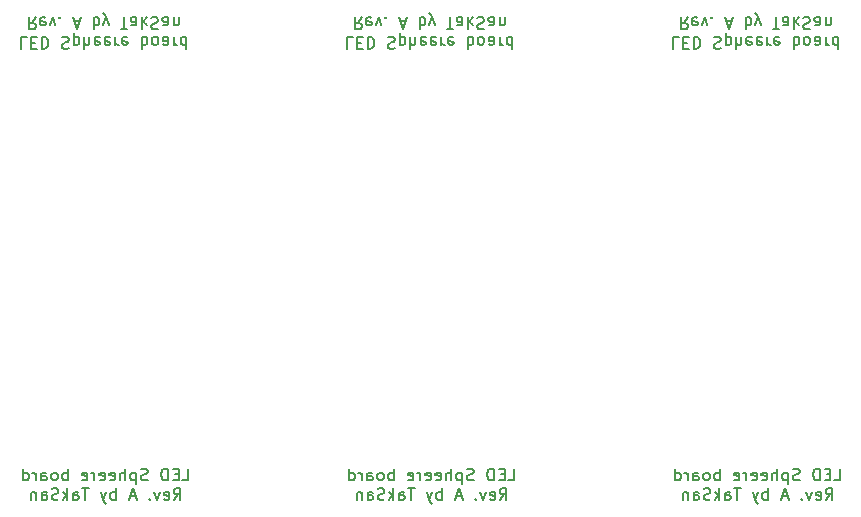
<source format=gbo>
G04 #@! TF.GenerationSoftware,KiCad,Pcbnew,(5.1.12)-1*
G04 #@! TF.CreationDate,2023-06-20T10:26:49+09:00*
G04 #@! TF.ProjectId,LED_Sphere_3V-TypeC-Panelized,4c45445f-5370-4686-9572-655f33562d54,rev?*
G04 #@! TF.SameCoordinates,PX5a06e00PY8f0d180*
G04 #@! TF.FileFunction,Legend,Bot*
G04 #@! TF.FilePolarity,Positive*
%FSLAX46Y46*%
G04 Gerber Fmt 4.6, Leading zero omitted, Abs format (unit mm)*
G04 Created by KiCad (PCBNEW (5.1.12)-1) date 2023-06-20 10:26:49*
%MOMM*%
%LPD*%
G01*
G04 APERTURE LIST*
%ADD10C,0.150000*%
%ADD11C,0.600000*%
%ADD12C,0.100000*%
%ADD13O,1.350000X1.350000*%
%ADD14R,1.350000X1.350000*%
%ADD15C,2.700000*%
G04 APERTURE END LIST*
D10*
X12520000Y64947381D02*
X12043809Y64947381D01*
X12043809Y63947381D01*
X12853333Y64423572D02*
X13186666Y64423572D01*
X13329523Y64947381D02*
X12853333Y64947381D01*
X12853333Y63947381D01*
X13329523Y63947381D01*
X13758095Y64947381D02*
X13758095Y63947381D01*
X13996190Y63947381D01*
X14139047Y63995000D01*
X14234285Y64090239D01*
X14281904Y64185477D01*
X14329523Y64375953D01*
X14329523Y64518810D01*
X14281904Y64709286D01*
X14234285Y64804524D01*
X14139047Y64899762D01*
X13996190Y64947381D01*
X13758095Y64947381D01*
X15472380Y64899762D02*
X15615238Y64947381D01*
X15853333Y64947381D01*
X15948571Y64899762D01*
X15996190Y64852143D01*
X16043809Y64756905D01*
X16043809Y64661667D01*
X15996190Y64566429D01*
X15948571Y64518810D01*
X15853333Y64471191D01*
X15662857Y64423572D01*
X15567619Y64375953D01*
X15520000Y64328334D01*
X15472380Y64233096D01*
X15472380Y64137858D01*
X15520000Y64042620D01*
X15567619Y63995000D01*
X15662857Y63947381D01*
X15900952Y63947381D01*
X16043809Y63995000D01*
X16472380Y64280715D02*
X16472380Y65280715D01*
X16472380Y64328334D02*
X16567619Y64280715D01*
X16758095Y64280715D01*
X16853333Y64328334D01*
X16900952Y64375953D01*
X16948571Y64471191D01*
X16948571Y64756905D01*
X16900952Y64852143D01*
X16853333Y64899762D01*
X16758095Y64947381D01*
X16567619Y64947381D01*
X16472380Y64899762D01*
X17377142Y64947381D02*
X17377142Y63947381D01*
X17805714Y64947381D02*
X17805714Y64423572D01*
X17758095Y64328334D01*
X17662857Y64280715D01*
X17520000Y64280715D01*
X17424761Y64328334D01*
X17377142Y64375953D01*
X18662857Y64899762D02*
X18567619Y64947381D01*
X18377142Y64947381D01*
X18281904Y64899762D01*
X18234285Y64804524D01*
X18234285Y64423572D01*
X18281904Y64328334D01*
X18377142Y64280715D01*
X18567619Y64280715D01*
X18662857Y64328334D01*
X18710476Y64423572D01*
X18710476Y64518810D01*
X18234285Y64614048D01*
X19520000Y64899762D02*
X19424761Y64947381D01*
X19234285Y64947381D01*
X19139047Y64899762D01*
X19091428Y64804524D01*
X19091428Y64423572D01*
X19139047Y64328334D01*
X19234285Y64280715D01*
X19424761Y64280715D01*
X19520000Y64328334D01*
X19567619Y64423572D01*
X19567619Y64518810D01*
X19091428Y64614048D01*
X19996190Y64947381D02*
X19996190Y64280715D01*
X19996190Y64471191D02*
X20043809Y64375953D01*
X20091428Y64328334D01*
X20186666Y64280715D01*
X20281904Y64280715D01*
X20996190Y64899762D02*
X20900952Y64947381D01*
X20710476Y64947381D01*
X20615238Y64899762D01*
X20567619Y64804524D01*
X20567619Y64423572D01*
X20615238Y64328334D01*
X20710476Y64280715D01*
X20900952Y64280715D01*
X20996190Y64328334D01*
X21043809Y64423572D01*
X21043809Y64518810D01*
X20567619Y64614048D01*
X22234285Y64947381D02*
X22234285Y63947381D01*
X22234285Y64328334D02*
X22329523Y64280715D01*
X22520000Y64280715D01*
X22615238Y64328334D01*
X22662857Y64375953D01*
X22710476Y64471191D01*
X22710476Y64756905D01*
X22662857Y64852143D01*
X22615238Y64899762D01*
X22520000Y64947381D01*
X22329523Y64947381D01*
X22234285Y64899762D01*
X23281904Y64947381D02*
X23186666Y64899762D01*
X23139047Y64852143D01*
X23091428Y64756905D01*
X23091428Y64471191D01*
X23139047Y64375953D01*
X23186666Y64328334D01*
X23281904Y64280715D01*
X23424761Y64280715D01*
X23520000Y64328334D01*
X23567619Y64375953D01*
X23615238Y64471191D01*
X23615238Y64756905D01*
X23567619Y64852143D01*
X23520000Y64899762D01*
X23424761Y64947381D01*
X23281904Y64947381D01*
X24472380Y64947381D02*
X24472380Y64423572D01*
X24424761Y64328334D01*
X24329523Y64280715D01*
X24139047Y64280715D01*
X24043809Y64328334D01*
X24472380Y64899762D02*
X24377142Y64947381D01*
X24139047Y64947381D01*
X24043809Y64899762D01*
X23996190Y64804524D01*
X23996190Y64709286D01*
X24043809Y64614048D01*
X24139047Y64566429D01*
X24377142Y64566429D01*
X24472380Y64518810D01*
X24948571Y64947381D02*
X24948571Y64280715D01*
X24948571Y64471191D02*
X24996190Y64375953D01*
X25043809Y64328334D01*
X25139047Y64280715D01*
X25234285Y64280715D01*
X25996190Y64947381D02*
X25996190Y63947381D01*
X25996190Y64899762D02*
X25900952Y64947381D01*
X25710476Y64947381D01*
X25615238Y64899762D01*
X25567619Y64852143D01*
X25520000Y64756905D01*
X25520000Y64471191D01*
X25567619Y64375953D01*
X25615238Y64328334D01*
X25710476Y64280715D01*
X25900952Y64280715D01*
X25996190Y64328334D01*
X13258095Y66597381D02*
X12924761Y66121191D01*
X12686666Y66597381D02*
X12686666Y65597381D01*
X13067619Y65597381D01*
X13162857Y65645000D01*
X13210476Y65692620D01*
X13258095Y65787858D01*
X13258095Y65930715D01*
X13210476Y66025953D01*
X13162857Y66073572D01*
X13067619Y66121191D01*
X12686666Y66121191D01*
X14067619Y66549762D02*
X13972380Y66597381D01*
X13781904Y66597381D01*
X13686666Y66549762D01*
X13639047Y66454524D01*
X13639047Y66073572D01*
X13686666Y65978334D01*
X13781904Y65930715D01*
X13972380Y65930715D01*
X14067619Y65978334D01*
X14115238Y66073572D01*
X14115238Y66168810D01*
X13639047Y66264048D01*
X14448571Y65930715D02*
X14686666Y66597381D01*
X14924761Y65930715D01*
X15305714Y66502143D02*
X15353333Y66549762D01*
X15305714Y66597381D01*
X15258095Y66549762D01*
X15305714Y66502143D01*
X15305714Y66597381D01*
X16496190Y66311667D02*
X16972380Y66311667D01*
X16400952Y66597381D02*
X16734285Y65597381D01*
X17067619Y66597381D01*
X18162857Y66597381D02*
X18162857Y65597381D01*
X18162857Y65978334D02*
X18258095Y65930715D01*
X18448571Y65930715D01*
X18543809Y65978334D01*
X18591428Y66025953D01*
X18639047Y66121191D01*
X18639047Y66406905D01*
X18591428Y66502143D01*
X18543809Y66549762D01*
X18448571Y66597381D01*
X18258095Y66597381D01*
X18162857Y66549762D01*
X18972380Y65930715D02*
X19210476Y66597381D01*
X19448571Y65930715D02*
X19210476Y66597381D01*
X19115238Y66835477D01*
X19067619Y66883096D01*
X18972380Y66930715D01*
X20448571Y65597381D02*
X21020000Y65597381D01*
X20734285Y66597381D02*
X20734285Y65597381D01*
X21781904Y66597381D02*
X21781904Y66073572D01*
X21734285Y65978334D01*
X21639047Y65930715D01*
X21448571Y65930715D01*
X21353333Y65978334D01*
X21781904Y66549762D02*
X21686666Y66597381D01*
X21448571Y66597381D01*
X21353333Y66549762D01*
X21305714Y66454524D01*
X21305714Y66359286D01*
X21353333Y66264048D01*
X21448571Y66216429D01*
X21686666Y66216429D01*
X21781904Y66168810D01*
X22258095Y66597381D02*
X22258095Y65597381D01*
X22353333Y66216429D02*
X22639047Y66597381D01*
X22639047Y65930715D02*
X22258095Y66311667D01*
X23020000Y66549762D02*
X23162857Y66597381D01*
X23400952Y66597381D01*
X23496190Y66549762D01*
X23543809Y66502143D01*
X23591428Y66406905D01*
X23591428Y66311667D01*
X23543809Y66216429D01*
X23496190Y66168810D01*
X23400952Y66121191D01*
X23210476Y66073572D01*
X23115238Y66025953D01*
X23067619Y65978334D01*
X23020000Y65883096D01*
X23020000Y65787858D01*
X23067619Y65692620D01*
X23115238Y65645000D01*
X23210476Y65597381D01*
X23448571Y65597381D01*
X23591428Y65645000D01*
X24448571Y66597381D02*
X24448571Y66073572D01*
X24400952Y65978334D01*
X24305714Y65930715D01*
X24115238Y65930715D01*
X24020000Y65978334D01*
X24448571Y66549762D02*
X24353333Y66597381D01*
X24115238Y66597381D01*
X24020000Y66549762D01*
X23972380Y66454524D01*
X23972380Y66359286D01*
X24020000Y66264048D01*
X24115238Y66216429D01*
X24353333Y66216429D01*
X24448571Y66168810D01*
X24924761Y65930715D02*
X24924761Y66597381D01*
X24924761Y66025953D02*
X24972380Y65978334D01*
X25067619Y65930715D01*
X25210476Y65930715D01*
X25305714Y65978334D01*
X25353333Y66073572D01*
X25353333Y66597381D01*
X40120000Y64947381D02*
X39643809Y64947381D01*
X39643809Y63947381D01*
X40453333Y64423572D02*
X40786666Y64423572D01*
X40929523Y64947381D02*
X40453333Y64947381D01*
X40453333Y63947381D01*
X40929523Y63947381D01*
X41358095Y64947381D02*
X41358095Y63947381D01*
X41596190Y63947381D01*
X41739047Y63995000D01*
X41834285Y64090239D01*
X41881904Y64185477D01*
X41929523Y64375953D01*
X41929523Y64518810D01*
X41881904Y64709286D01*
X41834285Y64804524D01*
X41739047Y64899762D01*
X41596190Y64947381D01*
X41358095Y64947381D01*
X43072380Y64899762D02*
X43215238Y64947381D01*
X43453333Y64947381D01*
X43548571Y64899762D01*
X43596190Y64852143D01*
X43643809Y64756905D01*
X43643809Y64661667D01*
X43596190Y64566429D01*
X43548571Y64518810D01*
X43453333Y64471191D01*
X43262857Y64423572D01*
X43167619Y64375953D01*
X43120000Y64328334D01*
X43072380Y64233096D01*
X43072380Y64137858D01*
X43120000Y64042620D01*
X43167619Y63995000D01*
X43262857Y63947381D01*
X43500952Y63947381D01*
X43643809Y63995000D01*
X44072380Y64280715D02*
X44072380Y65280715D01*
X44072380Y64328334D02*
X44167619Y64280715D01*
X44358095Y64280715D01*
X44453333Y64328334D01*
X44500952Y64375953D01*
X44548571Y64471191D01*
X44548571Y64756905D01*
X44500952Y64852143D01*
X44453333Y64899762D01*
X44358095Y64947381D01*
X44167619Y64947381D01*
X44072380Y64899762D01*
X44977142Y64947381D02*
X44977142Y63947381D01*
X45405714Y64947381D02*
X45405714Y64423572D01*
X45358095Y64328334D01*
X45262857Y64280715D01*
X45120000Y64280715D01*
X45024761Y64328334D01*
X44977142Y64375953D01*
X46262857Y64899762D02*
X46167619Y64947381D01*
X45977142Y64947381D01*
X45881904Y64899762D01*
X45834285Y64804524D01*
X45834285Y64423572D01*
X45881904Y64328334D01*
X45977142Y64280715D01*
X46167619Y64280715D01*
X46262857Y64328334D01*
X46310476Y64423572D01*
X46310476Y64518810D01*
X45834285Y64614048D01*
X47120000Y64899762D02*
X47024761Y64947381D01*
X46834285Y64947381D01*
X46739047Y64899762D01*
X46691428Y64804524D01*
X46691428Y64423572D01*
X46739047Y64328334D01*
X46834285Y64280715D01*
X47024761Y64280715D01*
X47120000Y64328334D01*
X47167619Y64423572D01*
X47167619Y64518810D01*
X46691428Y64614048D01*
X47596190Y64947381D02*
X47596190Y64280715D01*
X47596190Y64471191D02*
X47643809Y64375953D01*
X47691428Y64328334D01*
X47786666Y64280715D01*
X47881904Y64280715D01*
X48596190Y64899762D02*
X48500952Y64947381D01*
X48310476Y64947381D01*
X48215238Y64899762D01*
X48167619Y64804524D01*
X48167619Y64423572D01*
X48215238Y64328334D01*
X48310476Y64280715D01*
X48500952Y64280715D01*
X48596190Y64328334D01*
X48643809Y64423572D01*
X48643809Y64518810D01*
X48167619Y64614048D01*
X49834285Y64947381D02*
X49834285Y63947381D01*
X49834285Y64328334D02*
X49929523Y64280715D01*
X50120000Y64280715D01*
X50215238Y64328334D01*
X50262857Y64375953D01*
X50310476Y64471191D01*
X50310476Y64756905D01*
X50262857Y64852143D01*
X50215238Y64899762D01*
X50120000Y64947381D01*
X49929523Y64947381D01*
X49834285Y64899762D01*
X50881904Y64947381D02*
X50786666Y64899762D01*
X50739047Y64852143D01*
X50691428Y64756905D01*
X50691428Y64471191D01*
X50739047Y64375953D01*
X50786666Y64328334D01*
X50881904Y64280715D01*
X51024761Y64280715D01*
X51120000Y64328334D01*
X51167619Y64375953D01*
X51215238Y64471191D01*
X51215238Y64756905D01*
X51167619Y64852143D01*
X51120000Y64899762D01*
X51024761Y64947381D01*
X50881904Y64947381D01*
X52072380Y64947381D02*
X52072380Y64423572D01*
X52024761Y64328334D01*
X51929523Y64280715D01*
X51739047Y64280715D01*
X51643809Y64328334D01*
X52072380Y64899762D02*
X51977142Y64947381D01*
X51739047Y64947381D01*
X51643809Y64899762D01*
X51596190Y64804524D01*
X51596190Y64709286D01*
X51643809Y64614048D01*
X51739047Y64566429D01*
X51977142Y64566429D01*
X52072380Y64518810D01*
X52548571Y64947381D02*
X52548571Y64280715D01*
X52548571Y64471191D02*
X52596190Y64375953D01*
X52643809Y64328334D01*
X52739047Y64280715D01*
X52834285Y64280715D01*
X53596190Y64947381D02*
X53596190Y63947381D01*
X53596190Y64899762D02*
X53500952Y64947381D01*
X53310476Y64947381D01*
X53215238Y64899762D01*
X53167619Y64852143D01*
X53120000Y64756905D01*
X53120000Y64471191D01*
X53167619Y64375953D01*
X53215238Y64328334D01*
X53310476Y64280715D01*
X53500952Y64280715D01*
X53596190Y64328334D01*
X40858095Y66597381D02*
X40524761Y66121191D01*
X40286666Y66597381D02*
X40286666Y65597381D01*
X40667619Y65597381D01*
X40762857Y65645000D01*
X40810476Y65692620D01*
X40858095Y65787858D01*
X40858095Y65930715D01*
X40810476Y66025953D01*
X40762857Y66073572D01*
X40667619Y66121191D01*
X40286666Y66121191D01*
X41667619Y66549762D02*
X41572380Y66597381D01*
X41381904Y66597381D01*
X41286666Y66549762D01*
X41239047Y66454524D01*
X41239047Y66073572D01*
X41286666Y65978334D01*
X41381904Y65930715D01*
X41572380Y65930715D01*
X41667619Y65978334D01*
X41715238Y66073572D01*
X41715238Y66168810D01*
X41239047Y66264048D01*
X42048571Y65930715D02*
X42286666Y66597381D01*
X42524761Y65930715D01*
X42905714Y66502143D02*
X42953333Y66549762D01*
X42905714Y66597381D01*
X42858095Y66549762D01*
X42905714Y66502143D01*
X42905714Y66597381D01*
X44096190Y66311667D02*
X44572380Y66311667D01*
X44000952Y66597381D02*
X44334285Y65597381D01*
X44667619Y66597381D01*
X45762857Y66597381D02*
X45762857Y65597381D01*
X45762857Y65978334D02*
X45858095Y65930715D01*
X46048571Y65930715D01*
X46143809Y65978334D01*
X46191428Y66025953D01*
X46239047Y66121191D01*
X46239047Y66406905D01*
X46191428Y66502143D01*
X46143809Y66549762D01*
X46048571Y66597381D01*
X45858095Y66597381D01*
X45762857Y66549762D01*
X46572380Y65930715D02*
X46810476Y66597381D01*
X47048571Y65930715D02*
X46810476Y66597381D01*
X46715238Y66835477D01*
X46667619Y66883096D01*
X46572380Y66930715D01*
X48048571Y65597381D02*
X48620000Y65597381D01*
X48334285Y66597381D02*
X48334285Y65597381D01*
X49381904Y66597381D02*
X49381904Y66073572D01*
X49334285Y65978334D01*
X49239047Y65930715D01*
X49048571Y65930715D01*
X48953333Y65978334D01*
X49381904Y66549762D02*
X49286666Y66597381D01*
X49048571Y66597381D01*
X48953333Y66549762D01*
X48905714Y66454524D01*
X48905714Y66359286D01*
X48953333Y66264048D01*
X49048571Y66216429D01*
X49286666Y66216429D01*
X49381904Y66168810D01*
X49858095Y66597381D02*
X49858095Y65597381D01*
X49953333Y66216429D02*
X50239047Y66597381D01*
X50239047Y65930715D02*
X49858095Y66311667D01*
X50620000Y66549762D02*
X50762857Y66597381D01*
X51000952Y66597381D01*
X51096190Y66549762D01*
X51143809Y66502143D01*
X51191428Y66406905D01*
X51191428Y66311667D01*
X51143809Y66216429D01*
X51096190Y66168810D01*
X51000952Y66121191D01*
X50810476Y66073572D01*
X50715238Y66025953D01*
X50667619Y65978334D01*
X50620000Y65883096D01*
X50620000Y65787858D01*
X50667619Y65692620D01*
X50715238Y65645000D01*
X50810476Y65597381D01*
X51048571Y65597381D01*
X51191428Y65645000D01*
X52048571Y66597381D02*
X52048571Y66073572D01*
X52000952Y65978334D01*
X51905714Y65930715D01*
X51715238Y65930715D01*
X51620000Y65978334D01*
X52048571Y66549762D02*
X51953333Y66597381D01*
X51715238Y66597381D01*
X51620000Y66549762D01*
X51572380Y66454524D01*
X51572380Y66359286D01*
X51620000Y66264048D01*
X51715238Y66216429D01*
X51953333Y66216429D01*
X52048571Y66168810D01*
X52524761Y65930715D02*
X52524761Y66597381D01*
X52524761Y66025953D02*
X52572380Y65978334D01*
X52667619Y65930715D01*
X52810476Y65930715D01*
X52905714Y65978334D01*
X52953333Y66073572D01*
X52953333Y66597381D01*
X67720000Y64947381D02*
X67243809Y64947381D01*
X67243809Y63947381D01*
X68053333Y64423572D02*
X68386666Y64423572D01*
X68529523Y64947381D02*
X68053333Y64947381D01*
X68053333Y63947381D01*
X68529523Y63947381D01*
X68958095Y64947381D02*
X68958095Y63947381D01*
X69196190Y63947381D01*
X69339047Y63995000D01*
X69434285Y64090239D01*
X69481904Y64185477D01*
X69529523Y64375953D01*
X69529523Y64518810D01*
X69481904Y64709286D01*
X69434285Y64804524D01*
X69339047Y64899762D01*
X69196190Y64947381D01*
X68958095Y64947381D01*
X70672380Y64899762D02*
X70815238Y64947381D01*
X71053333Y64947381D01*
X71148571Y64899762D01*
X71196190Y64852143D01*
X71243809Y64756905D01*
X71243809Y64661667D01*
X71196190Y64566429D01*
X71148571Y64518810D01*
X71053333Y64471191D01*
X70862857Y64423572D01*
X70767619Y64375953D01*
X70720000Y64328334D01*
X70672380Y64233096D01*
X70672380Y64137858D01*
X70720000Y64042620D01*
X70767619Y63995000D01*
X70862857Y63947381D01*
X71100952Y63947381D01*
X71243809Y63995000D01*
X71672380Y64280715D02*
X71672380Y65280715D01*
X71672380Y64328334D02*
X71767619Y64280715D01*
X71958095Y64280715D01*
X72053333Y64328334D01*
X72100952Y64375953D01*
X72148571Y64471191D01*
X72148571Y64756905D01*
X72100952Y64852143D01*
X72053333Y64899762D01*
X71958095Y64947381D01*
X71767619Y64947381D01*
X71672380Y64899762D01*
X72577142Y64947381D02*
X72577142Y63947381D01*
X73005714Y64947381D02*
X73005714Y64423572D01*
X72958095Y64328334D01*
X72862857Y64280715D01*
X72720000Y64280715D01*
X72624761Y64328334D01*
X72577142Y64375953D01*
X73862857Y64899762D02*
X73767619Y64947381D01*
X73577142Y64947381D01*
X73481904Y64899762D01*
X73434285Y64804524D01*
X73434285Y64423572D01*
X73481904Y64328334D01*
X73577142Y64280715D01*
X73767619Y64280715D01*
X73862857Y64328334D01*
X73910476Y64423572D01*
X73910476Y64518810D01*
X73434285Y64614048D01*
X74720000Y64899762D02*
X74624761Y64947381D01*
X74434285Y64947381D01*
X74339047Y64899762D01*
X74291428Y64804524D01*
X74291428Y64423572D01*
X74339047Y64328334D01*
X74434285Y64280715D01*
X74624761Y64280715D01*
X74720000Y64328334D01*
X74767619Y64423572D01*
X74767619Y64518810D01*
X74291428Y64614048D01*
X75196190Y64947381D02*
X75196190Y64280715D01*
X75196190Y64471191D02*
X75243809Y64375953D01*
X75291428Y64328334D01*
X75386666Y64280715D01*
X75481904Y64280715D01*
X76196190Y64899762D02*
X76100952Y64947381D01*
X75910476Y64947381D01*
X75815238Y64899762D01*
X75767619Y64804524D01*
X75767619Y64423572D01*
X75815238Y64328334D01*
X75910476Y64280715D01*
X76100952Y64280715D01*
X76196190Y64328334D01*
X76243809Y64423572D01*
X76243809Y64518810D01*
X75767619Y64614048D01*
X77434285Y64947381D02*
X77434285Y63947381D01*
X77434285Y64328334D02*
X77529523Y64280715D01*
X77720000Y64280715D01*
X77815238Y64328334D01*
X77862857Y64375953D01*
X77910476Y64471191D01*
X77910476Y64756905D01*
X77862857Y64852143D01*
X77815238Y64899762D01*
X77720000Y64947381D01*
X77529523Y64947381D01*
X77434285Y64899762D01*
X78481904Y64947381D02*
X78386666Y64899762D01*
X78339047Y64852143D01*
X78291428Y64756905D01*
X78291428Y64471191D01*
X78339047Y64375953D01*
X78386666Y64328334D01*
X78481904Y64280715D01*
X78624761Y64280715D01*
X78720000Y64328334D01*
X78767619Y64375953D01*
X78815238Y64471191D01*
X78815238Y64756905D01*
X78767619Y64852143D01*
X78720000Y64899762D01*
X78624761Y64947381D01*
X78481904Y64947381D01*
X79672380Y64947381D02*
X79672380Y64423572D01*
X79624761Y64328334D01*
X79529523Y64280715D01*
X79339047Y64280715D01*
X79243809Y64328334D01*
X79672380Y64899762D02*
X79577142Y64947381D01*
X79339047Y64947381D01*
X79243809Y64899762D01*
X79196190Y64804524D01*
X79196190Y64709286D01*
X79243809Y64614048D01*
X79339047Y64566429D01*
X79577142Y64566429D01*
X79672380Y64518810D01*
X80148571Y64947381D02*
X80148571Y64280715D01*
X80148571Y64471191D02*
X80196190Y64375953D01*
X80243809Y64328334D01*
X80339047Y64280715D01*
X80434285Y64280715D01*
X81196190Y64947381D02*
X81196190Y63947381D01*
X81196190Y64899762D02*
X81100952Y64947381D01*
X80910476Y64947381D01*
X80815238Y64899762D01*
X80767619Y64852143D01*
X80720000Y64756905D01*
X80720000Y64471191D01*
X80767619Y64375953D01*
X80815238Y64328334D01*
X80910476Y64280715D01*
X81100952Y64280715D01*
X81196190Y64328334D01*
X68458095Y66597381D02*
X68124761Y66121191D01*
X67886666Y66597381D02*
X67886666Y65597381D01*
X68267619Y65597381D01*
X68362857Y65645000D01*
X68410476Y65692620D01*
X68458095Y65787858D01*
X68458095Y65930715D01*
X68410476Y66025953D01*
X68362857Y66073572D01*
X68267619Y66121191D01*
X67886666Y66121191D01*
X69267619Y66549762D02*
X69172380Y66597381D01*
X68981904Y66597381D01*
X68886666Y66549762D01*
X68839047Y66454524D01*
X68839047Y66073572D01*
X68886666Y65978334D01*
X68981904Y65930715D01*
X69172380Y65930715D01*
X69267619Y65978334D01*
X69315238Y66073572D01*
X69315238Y66168810D01*
X68839047Y66264048D01*
X69648571Y65930715D02*
X69886666Y66597381D01*
X70124761Y65930715D01*
X70505714Y66502143D02*
X70553333Y66549762D01*
X70505714Y66597381D01*
X70458095Y66549762D01*
X70505714Y66502143D01*
X70505714Y66597381D01*
X71696190Y66311667D02*
X72172380Y66311667D01*
X71600952Y66597381D02*
X71934285Y65597381D01*
X72267619Y66597381D01*
X73362857Y66597381D02*
X73362857Y65597381D01*
X73362857Y65978334D02*
X73458095Y65930715D01*
X73648571Y65930715D01*
X73743809Y65978334D01*
X73791428Y66025953D01*
X73839047Y66121191D01*
X73839047Y66406905D01*
X73791428Y66502143D01*
X73743809Y66549762D01*
X73648571Y66597381D01*
X73458095Y66597381D01*
X73362857Y66549762D01*
X74172380Y65930715D02*
X74410476Y66597381D01*
X74648571Y65930715D02*
X74410476Y66597381D01*
X74315238Y66835477D01*
X74267619Y66883096D01*
X74172380Y66930715D01*
X75648571Y65597381D02*
X76220000Y65597381D01*
X75934285Y66597381D02*
X75934285Y65597381D01*
X76981904Y66597381D02*
X76981904Y66073572D01*
X76934285Y65978334D01*
X76839047Y65930715D01*
X76648571Y65930715D01*
X76553333Y65978334D01*
X76981904Y66549762D02*
X76886666Y66597381D01*
X76648571Y66597381D01*
X76553333Y66549762D01*
X76505714Y66454524D01*
X76505714Y66359286D01*
X76553333Y66264048D01*
X76648571Y66216429D01*
X76886666Y66216429D01*
X76981904Y66168810D01*
X77458095Y66597381D02*
X77458095Y65597381D01*
X77553333Y66216429D02*
X77839047Y66597381D01*
X77839047Y65930715D02*
X77458095Y66311667D01*
X78220000Y66549762D02*
X78362857Y66597381D01*
X78600952Y66597381D01*
X78696190Y66549762D01*
X78743809Y66502143D01*
X78791428Y66406905D01*
X78791428Y66311667D01*
X78743809Y66216429D01*
X78696190Y66168810D01*
X78600952Y66121191D01*
X78410476Y66073572D01*
X78315238Y66025953D01*
X78267619Y65978334D01*
X78220000Y65883096D01*
X78220000Y65787858D01*
X78267619Y65692620D01*
X78315238Y65645000D01*
X78410476Y65597381D01*
X78648571Y65597381D01*
X78791428Y65645000D01*
X79648571Y66597381D02*
X79648571Y66073572D01*
X79600952Y65978334D01*
X79505714Y65930715D01*
X79315238Y65930715D01*
X79220000Y65978334D01*
X79648571Y66549762D02*
X79553333Y66597381D01*
X79315238Y66597381D01*
X79220000Y66549762D01*
X79172380Y66454524D01*
X79172380Y66359286D01*
X79220000Y66264048D01*
X79315238Y66216429D01*
X79553333Y66216429D01*
X79648571Y66168810D01*
X80124761Y65930715D02*
X80124761Y66597381D01*
X80124761Y66025953D02*
X80172380Y65978334D01*
X80267619Y65930715D01*
X80410476Y65930715D01*
X80505714Y65978334D01*
X80553333Y66073572D01*
X80553333Y66597381D01*
X80880000Y27392620D02*
X81356190Y27392620D01*
X81356190Y28392620D01*
X80546666Y27916429D02*
X80213333Y27916429D01*
X80070476Y27392620D02*
X80546666Y27392620D01*
X80546666Y28392620D01*
X80070476Y28392620D01*
X79641904Y27392620D02*
X79641904Y28392620D01*
X79403809Y28392620D01*
X79260952Y28345000D01*
X79165714Y28249762D01*
X79118095Y28154524D01*
X79070476Y27964048D01*
X79070476Y27821191D01*
X79118095Y27630715D01*
X79165714Y27535477D01*
X79260952Y27440239D01*
X79403809Y27392620D01*
X79641904Y27392620D01*
X77927619Y27440239D02*
X77784761Y27392620D01*
X77546666Y27392620D01*
X77451428Y27440239D01*
X77403809Y27487858D01*
X77356190Y27583096D01*
X77356190Y27678334D01*
X77403809Y27773572D01*
X77451428Y27821191D01*
X77546666Y27868810D01*
X77737142Y27916429D01*
X77832380Y27964048D01*
X77880000Y28011667D01*
X77927619Y28106905D01*
X77927619Y28202143D01*
X77880000Y28297381D01*
X77832380Y28345000D01*
X77737142Y28392620D01*
X77499047Y28392620D01*
X77356190Y28345000D01*
X76927619Y28059286D02*
X76927619Y27059286D01*
X76927619Y28011667D02*
X76832380Y28059286D01*
X76641904Y28059286D01*
X76546666Y28011667D01*
X76499047Y27964048D01*
X76451428Y27868810D01*
X76451428Y27583096D01*
X76499047Y27487858D01*
X76546666Y27440239D01*
X76641904Y27392620D01*
X76832380Y27392620D01*
X76927619Y27440239D01*
X76022857Y27392620D02*
X76022857Y28392620D01*
X75594285Y27392620D02*
X75594285Y27916429D01*
X75641904Y28011667D01*
X75737142Y28059286D01*
X75880000Y28059286D01*
X75975238Y28011667D01*
X76022857Y27964048D01*
X74737142Y27440239D02*
X74832380Y27392620D01*
X75022857Y27392620D01*
X75118095Y27440239D01*
X75165714Y27535477D01*
X75165714Y27916429D01*
X75118095Y28011667D01*
X75022857Y28059286D01*
X74832380Y28059286D01*
X74737142Y28011667D01*
X74689523Y27916429D01*
X74689523Y27821191D01*
X75165714Y27725953D01*
X73880000Y27440239D02*
X73975238Y27392620D01*
X74165714Y27392620D01*
X74260952Y27440239D01*
X74308571Y27535477D01*
X74308571Y27916429D01*
X74260952Y28011667D01*
X74165714Y28059286D01*
X73975238Y28059286D01*
X73880000Y28011667D01*
X73832380Y27916429D01*
X73832380Y27821191D01*
X74308571Y27725953D01*
X73403809Y27392620D02*
X73403809Y28059286D01*
X73403809Y27868810D02*
X73356190Y27964048D01*
X73308571Y28011667D01*
X73213333Y28059286D01*
X73118095Y28059286D01*
X72403809Y27440239D02*
X72499047Y27392620D01*
X72689523Y27392620D01*
X72784761Y27440239D01*
X72832380Y27535477D01*
X72832380Y27916429D01*
X72784761Y28011667D01*
X72689523Y28059286D01*
X72499047Y28059286D01*
X72403809Y28011667D01*
X72356190Y27916429D01*
X72356190Y27821191D01*
X72832380Y27725953D01*
X71165714Y27392620D02*
X71165714Y28392620D01*
X71165714Y28011667D02*
X71070476Y28059286D01*
X70880000Y28059286D01*
X70784761Y28011667D01*
X70737142Y27964048D01*
X70689523Y27868810D01*
X70689523Y27583096D01*
X70737142Y27487858D01*
X70784761Y27440239D01*
X70880000Y27392620D01*
X71070476Y27392620D01*
X71165714Y27440239D01*
X70118095Y27392620D02*
X70213333Y27440239D01*
X70260952Y27487858D01*
X70308571Y27583096D01*
X70308571Y27868810D01*
X70260952Y27964048D01*
X70213333Y28011667D01*
X70118095Y28059286D01*
X69975238Y28059286D01*
X69880000Y28011667D01*
X69832380Y27964048D01*
X69784761Y27868810D01*
X69784761Y27583096D01*
X69832380Y27487858D01*
X69880000Y27440239D01*
X69975238Y27392620D01*
X70118095Y27392620D01*
X68927619Y27392620D02*
X68927619Y27916429D01*
X68975238Y28011667D01*
X69070476Y28059286D01*
X69260952Y28059286D01*
X69356190Y28011667D01*
X68927619Y27440239D02*
X69022857Y27392620D01*
X69260952Y27392620D01*
X69356190Y27440239D01*
X69403809Y27535477D01*
X69403809Y27630715D01*
X69356190Y27725953D01*
X69260952Y27773572D01*
X69022857Y27773572D01*
X68927619Y27821191D01*
X68451428Y27392620D02*
X68451428Y28059286D01*
X68451428Y27868810D02*
X68403809Y27964048D01*
X68356190Y28011667D01*
X68260952Y28059286D01*
X68165714Y28059286D01*
X67403809Y27392620D02*
X67403809Y28392620D01*
X67403809Y27440239D02*
X67499047Y27392620D01*
X67689523Y27392620D01*
X67784761Y27440239D01*
X67832380Y27487858D01*
X67880000Y27583096D01*
X67880000Y27868810D01*
X67832380Y27964048D01*
X67784761Y28011667D01*
X67689523Y28059286D01*
X67499047Y28059286D01*
X67403809Y28011667D01*
X80141904Y25742620D02*
X80475238Y26218810D01*
X80713333Y25742620D02*
X80713333Y26742620D01*
X80332380Y26742620D01*
X80237142Y26695000D01*
X80189523Y26647381D01*
X80141904Y26552143D01*
X80141904Y26409286D01*
X80189523Y26314048D01*
X80237142Y26266429D01*
X80332380Y26218810D01*
X80713333Y26218810D01*
X79332380Y25790239D02*
X79427619Y25742620D01*
X79618095Y25742620D01*
X79713333Y25790239D01*
X79760952Y25885477D01*
X79760952Y26266429D01*
X79713333Y26361667D01*
X79618095Y26409286D01*
X79427619Y26409286D01*
X79332380Y26361667D01*
X79284761Y26266429D01*
X79284761Y26171191D01*
X79760952Y26075953D01*
X78951428Y26409286D02*
X78713333Y25742620D01*
X78475238Y26409286D01*
X78094285Y25837858D02*
X78046666Y25790239D01*
X78094285Y25742620D01*
X78141904Y25790239D01*
X78094285Y25837858D01*
X78094285Y25742620D01*
X76903809Y26028334D02*
X76427619Y26028334D01*
X76999047Y25742620D02*
X76665714Y26742620D01*
X76332380Y25742620D01*
X75237142Y25742620D02*
X75237142Y26742620D01*
X75237142Y26361667D02*
X75141904Y26409286D01*
X74951428Y26409286D01*
X74856190Y26361667D01*
X74808571Y26314048D01*
X74760952Y26218810D01*
X74760952Y25933096D01*
X74808571Y25837858D01*
X74856190Y25790239D01*
X74951428Y25742620D01*
X75141904Y25742620D01*
X75237142Y25790239D01*
X74427619Y26409286D02*
X74189523Y25742620D01*
X73951428Y26409286D02*
X74189523Y25742620D01*
X74284761Y25504524D01*
X74332380Y25456905D01*
X74427619Y25409286D01*
X72951428Y26742620D02*
X72380000Y26742620D01*
X72665714Y25742620D02*
X72665714Y26742620D01*
X71618095Y25742620D02*
X71618095Y26266429D01*
X71665714Y26361667D01*
X71760952Y26409286D01*
X71951428Y26409286D01*
X72046666Y26361667D01*
X71618095Y25790239D02*
X71713333Y25742620D01*
X71951428Y25742620D01*
X72046666Y25790239D01*
X72094285Y25885477D01*
X72094285Y25980715D01*
X72046666Y26075953D01*
X71951428Y26123572D01*
X71713333Y26123572D01*
X71618095Y26171191D01*
X71141904Y25742620D02*
X71141904Y26742620D01*
X71046666Y26123572D02*
X70760952Y25742620D01*
X70760952Y26409286D02*
X71141904Y26028334D01*
X70380000Y25790239D02*
X70237142Y25742620D01*
X69999047Y25742620D01*
X69903809Y25790239D01*
X69856190Y25837858D01*
X69808571Y25933096D01*
X69808571Y26028334D01*
X69856190Y26123572D01*
X69903809Y26171191D01*
X69999047Y26218810D01*
X70189523Y26266429D01*
X70284761Y26314048D01*
X70332380Y26361667D01*
X70380000Y26456905D01*
X70380000Y26552143D01*
X70332380Y26647381D01*
X70284761Y26695000D01*
X70189523Y26742620D01*
X69951428Y26742620D01*
X69808571Y26695000D01*
X68951428Y25742620D02*
X68951428Y26266429D01*
X68999047Y26361667D01*
X69094285Y26409286D01*
X69284761Y26409286D01*
X69380000Y26361667D01*
X68951428Y25790239D02*
X69046666Y25742620D01*
X69284761Y25742620D01*
X69380000Y25790239D01*
X69427619Y25885477D01*
X69427619Y25980715D01*
X69380000Y26075953D01*
X69284761Y26123572D01*
X69046666Y26123572D01*
X68951428Y26171191D01*
X68475238Y26409286D02*
X68475238Y25742620D01*
X68475238Y26314048D02*
X68427619Y26361667D01*
X68332380Y26409286D01*
X68189523Y26409286D01*
X68094285Y26361667D01*
X68046666Y26266429D01*
X68046666Y25742620D01*
X53280000Y27392620D02*
X53756190Y27392620D01*
X53756190Y28392620D01*
X52946666Y27916429D02*
X52613333Y27916429D01*
X52470476Y27392620D02*
X52946666Y27392620D01*
X52946666Y28392620D01*
X52470476Y28392620D01*
X52041904Y27392620D02*
X52041904Y28392620D01*
X51803809Y28392620D01*
X51660952Y28345000D01*
X51565714Y28249762D01*
X51518095Y28154524D01*
X51470476Y27964048D01*
X51470476Y27821191D01*
X51518095Y27630715D01*
X51565714Y27535477D01*
X51660952Y27440239D01*
X51803809Y27392620D01*
X52041904Y27392620D01*
X50327619Y27440239D02*
X50184761Y27392620D01*
X49946666Y27392620D01*
X49851428Y27440239D01*
X49803809Y27487858D01*
X49756190Y27583096D01*
X49756190Y27678334D01*
X49803809Y27773572D01*
X49851428Y27821191D01*
X49946666Y27868810D01*
X50137142Y27916429D01*
X50232380Y27964048D01*
X50280000Y28011667D01*
X50327619Y28106905D01*
X50327619Y28202143D01*
X50280000Y28297381D01*
X50232380Y28345000D01*
X50137142Y28392620D01*
X49899047Y28392620D01*
X49756190Y28345000D01*
X49327619Y28059286D02*
X49327619Y27059286D01*
X49327619Y28011667D02*
X49232380Y28059286D01*
X49041904Y28059286D01*
X48946666Y28011667D01*
X48899047Y27964048D01*
X48851428Y27868810D01*
X48851428Y27583096D01*
X48899047Y27487858D01*
X48946666Y27440239D01*
X49041904Y27392620D01*
X49232380Y27392620D01*
X49327619Y27440239D01*
X48422857Y27392620D02*
X48422857Y28392620D01*
X47994285Y27392620D02*
X47994285Y27916429D01*
X48041904Y28011667D01*
X48137142Y28059286D01*
X48280000Y28059286D01*
X48375238Y28011667D01*
X48422857Y27964048D01*
X47137142Y27440239D02*
X47232380Y27392620D01*
X47422857Y27392620D01*
X47518095Y27440239D01*
X47565714Y27535477D01*
X47565714Y27916429D01*
X47518095Y28011667D01*
X47422857Y28059286D01*
X47232380Y28059286D01*
X47137142Y28011667D01*
X47089523Y27916429D01*
X47089523Y27821191D01*
X47565714Y27725953D01*
X46280000Y27440239D02*
X46375238Y27392620D01*
X46565714Y27392620D01*
X46660952Y27440239D01*
X46708571Y27535477D01*
X46708571Y27916429D01*
X46660952Y28011667D01*
X46565714Y28059286D01*
X46375238Y28059286D01*
X46280000Y28011667D01*
X46232380Y27916429D01*
X46232380Y27821191D01*
X46708571Y27725953D01*
X45803809Y27392620D02*
X45803809Y28059286D01*
X45803809Y27868810D02*
X45756190Y27964048D01*
X45708571Y28011667D01*
X45613333Y28059286D01*
X45518095Y28059286D01*
X44803809Y27440239D02*
X44899047Y27392620D01*
X45089523Y27392620D01*
X45184761Y27440239D01*
X45232380Y27535477D01*
X45232380Y27916429D01*
X45184761Y28011667D01*
X45089523Y28059286D01*
X44899047Y28059286D01*
X44803809Y28011667D01*
X44756190Y27916429D01*
X44756190Y27821191D01*
X45232380Y27725953D01*
X43565714Y27392620D02*
X43565714Y28392620D01*
X43565714Y28011667D02*
X43470476Y28059286D01*
X43280000Y28059286D01*
X43184761Y28011667D01*
X43137142Y27964048D01*
X43089523Y27868810D01*
X43089523Y27583096D01*
X43137142Y27487858D01*
X43184761Y27440239D01*
X43280000Y27392620D01*
X43470476Y27392620D01*
X43565714Y27440239D01*
X42518095Y27392620D02*
X42613333Y27440239D01*
X42660952Y27487858D01*
X42708571Y27583096D01*
X42708571Y27868810D01*
X42660952Y27964048D01*
X42613333Y28011667D01*
X42518095Y28059286D01*
X42375238Y28059286D01*
X42280000Y28011667D01*
X42232380Y27964048D01*
X42184761Y27868810D01*
X42184761Y27583096D01*
X42232380Y27487858D01*
X42280000Y27440239D01*
X42375238Y27392620D01*
X42518095Y27392620D01*
X41327619Y27392620D02*
X41327619Y27916429D01*
X41375238Y28011667D01*
X41470476Y28059286D01*
X41660952Y28059286D01*
X41756190Y28011667D01*
X41327619Y27440239D02*
X41422857Y27392620D01*
X41660952Y27392620D01*
X41756190Y27440239D01*
X41803809Y27535477D01*
X41803809Y27630715D01*
X41756190Y27725953D01*
X41660952Y27773572D01*
X41422857Y27773572D01*
X41327619Y27821191D01*
X40851428Y27392620D02*
X40851428Y28059286D01*
X40851428Y27868810D02*
X40803809Y27964048D01*
X40756190Y28011667D01*
X40660952Y28059286D01*
X40565714Y28059286D01*
X39803809Y27392620D02*
X39803809Y28392620D01*
X39803809Y27440239D02*
X39899047Y27392620D01*
X40089523Y27392620D01*
X40184761Y27440239D01*
X40232380Y27487858D01*
X40280000Y27583096D01*
X40280000Y27868810D01*
X40232380Y27964048D01*
X40184761Y28011667D01*
X40089523Y28059286D01*
X39899047Y28059286D01*
X39803809Y28011667D01*
X52541904Y25742620D02*
X52875238Y26218810D01*
X53113333Y25742620D02*
X53113333Y26742620D01*
X52732380Y26742620D01*
X52637142Y26695000D01*
X52589523Y26647381D01*
X52541904Y26552143D01*
X52541904Y26409286D01*
X52589523Y26314048D01*
X52637142Y26266429D01*
X52732380Y26218810D01*
X53113333Y26218810D01*
X51732380Y25790239D02*
X51827619Y25742620D01*
X52018095Y25742620D01*
X52113333Y25790239D01*
X52160952Y25885477D01*
X52160952Y26266429D01*
X52113333Y26361667D01*
X52018095Y26409286D01*
X51827619Y26409286D01*
X51732380Y26361667D01*
X51684761Y26266429D01*
X51684761Y26171191D01*
X52160952Y26075953D01*
X51351428Y26409286D02*
X51113333Y25742620D01*
X50875238Y26409286D01*
X50494285Y25837858D02*
X50446666Y25790239D01*
X50494285Y25742620D01*
X50541904Y25790239D01*
X50494285Y25837858D01*
X50494285Y25742620D01*
X49303809Y26028334D02*
X48827619Y26028334D01*
X49399047Y25742620D02*
X49065714Y26742620D01*
X48732380Y25742620D01*
X47637142Y25742620D02*
X47637142Y26742620D01*
X47637142Y26361667D02*
X47541904Y26409286D01*
X47351428Y26409286D01*
X47256190Y26361667D01*
X47208571Y26314048D01*
X47160952Y26218810D01*
X47160952Y25933096D01*
X47208571Y25837858D01*
X47256190Y25790239D01*
X47351428Y25742620D01*
X47541904Y25742620D01*
X47637142Y25790239D01*
X46827619Y26409286D02*
X46589523Y25742620D01*
X46351428Y26409286D02*
X46589523Y25742620D01*
X46684761Y25504524D01*
X46732380Y25456905D01*
X46827619Y25409286D01*
X45351428Y26742620D02*
X44780000Y26742620D01*
X45065714Y25742620D02*
X45065714Y26742620D01*
X44018095Y25742620D02*
X44018095Y26266429D01*
X44065714Y26361667D01*
X44160952Y26409286D01*
X44351428Y26409286D01*
X44446666Y26361667D01*
X44018095Y25790239D02*
X44113333Y25742620D01*
X44351428Y25742620D01*
X44446666Y25790239D01*
X44494285Y25885477D01*
X44494285Y25980715D01*
X44446666Y26075953D01*
X44351428Y26123572D01*
X44113333Y26123572D01*
X44018095Y26171191D01*
X43541904Y25742620D02*
X43541904Y26742620D01*
X43446666Y26123572D02*
X43160952Y25742620D01*
X43160952Y26409286D02*
X43541904Y26028334D01*
X42780000Y25790239D02*
X42637142Y25742620D01*
X42399047Y25742620D01*
X42303809Y25790239D01*
X42256190Y25837858D01*
X42208571Y25933096D01*
X42208571Y26028334D01*
X42256190Y26123572D01*
X42303809Y26171191D01*
X42399047Y26218810D01*
X42589523Y26266429D01*
X42684761Y26314048D01*
X42732380Y26361667D01*
X42780000Y26456905D01*
X42780000Y26552143D01*
X42732380Y26647381D01*
X42684761Y26695000D01*
X42589523Y26742620D01*
X42351428Y26742620D01*
X42208571Y26695000D01*
X41351428Y25742620D02*
X41351428Y26266429D01*
X41399047Y26361667D01*
X41494285Y26409286D01*
X41684761Y26409286D01*
X41780000Y26361667D01*
X41351428Y25790239D02*
X41446666Y25742620D01*
X41684761Y25742620D01*
X41780000Y25790239D01*
X41827619Y25885477D01*
X41827619Y25980715D01*
X41780000Y26075953D01*
X41684761Y26123572D01*
X41446666Y26123572D01*
X41351428Y26171191D01*
X40875238Y26409286D02*
X40875238Y25742620D01*
X40875238Y26314048D02*
X40827619Y26361667D01*
X40732380Y26409286D01*
X40589523Y26409286D01*
X40494285Y26361667D01*
X40446666Y26266429D01*
X40446666Y25742620D01*
X25680000Y27392620D02*
X26156190Y27392620D01*
X26156190Y28392620D01*
X25346666Y27916429D02*
X25013333Y27916429D01*
X24870476Y27392620D02*
X25346666Y27392620D01*
X25346666Y28392620D01*
X24870476Y28392620D01*
X24441904Y27392620D02*
X24441904Y28392620D01*
X24203809Y28392620D01*
X24060952Y28345000D01*
X23965714Y28249762D01*
X23918095Y28154524D01*
X23870476Y27964048D01*
X23870476Y27821191D01*
X23918095Y27630715D01*
X23965714Y27535477D01*
X24060952Y27440239D01*
X24203809Y27392620D01*
X24441904Y27392620D01*
X22727619Y27440239D02*
X22584761Y27392620D01*
X22346666Y27392620D01*
X22251428Y27440239D01*
X22203809Y27487858D01*
X22156190Y27583096D01*
X22156190Y27678334D01*
X22203809Y27773572D01*
X22251428Y27821191D01*
X22346666Y27868810D01*
X22537142Y27916429D01*
X22632380Y27964048D01*
X22680000Y28011667D01*
X22727619Y28106905D01*
X22727619Y28202143D01*
X22680000Y28297381D01*
X22632380Y28345000D01*
X22537142Y28392620D01*
X22299047Y28392620D01*
X22156190Y28345000D01*
X21727619Y28059286D02*
X21727619Y27059286D01*
X21727619Y28011667D02*
X21632380Y28059286D01*
X21441904Y28059286D01*
X21346666Y28011667D01*
X21299047Y27964048D01*
X21251428Y27868810D01*
X21251428Y27583096D01*
X21299047Y27487858D01*
X21346666Y27440239D01*
X21441904Y27392620D01*
X21632380Y27392620D01*
X21727619Y27440239D01*
X20822857Y27392620D02*
X20822857Y28392620D01*
X20394285Y27392620D02*
X20394285Y27916429D01*
X20441904Y28011667D01*
X20537142Y28059286D01*
X20680000Y28059286D01*
X20775238Y28011667D01*
X20822857Y27964048D01*
X19537142Y27440239D02*
X19632380Y27392620D01*
X19822857Y27392620D01*
X19918095Y27440239D01*
X19965714Y27535477D01*
X19965714Y27916429D01*
X19918095Y28011667D01*
X19822857Y28059286D01*
X19632380Y28059286D01*
X19537142Y28011667D01*
X19489523Y27916429D01*
X19489523Y27821191D01*
X19965714Y27725953D01*
X18680000Y27440239D02*
X18775238Y27392620D01*
X18965714Y27392620D01*
X19060952Y27440239D01*
X19108571Y27535477D01*
X19108571Y27916429D01*
X19060952Y28011667D01*
X18965714Y28059286D01*
X18775238Y28059286D01*
X18680000Y28011667D01*
X18632380Y27916429D01*
X18632380Y27821191D01*
X19108571Y27725953D01*
X18203809Y27392620D02*
X18203809Y28059286D01*
X18203809Y27868810D02*
X18156190Y27964048D01*
X18108571Y28011667D01*
X18013333Y28059286D01*
X17918095Y28059286D01*
X17203809Y27440239D02*
X17299047Y27392620D01*
X17489523Y27392620D01*
X17584761Y27440239D01*
X17632380Y27535477D01*
X17632380Y27916429D01*
X17584761Y28011667D01*
X17489523Y28059286D01*
X17299047Y28059286D01*
X17203809Y28011667D01*
X17156190Y27916429D01*
X17156190Y27821191D01*
X17632380Y27725953D01*
X15965714Y27392620D02*
X15965714Y28392620D01*
X15965714Y28011667D02*
X15870476Y28059286D01*
X15680000Y28059286D01*
X15584761Y28011667D01*
X15537142Y27964048D01*
X15489523Y27868810D01*
X15489523Y27583096D01*
X15537142Y27487858D01*
X15584761Y27440239D01*
X15680000Y27392620D01*
X15870476Y27392620D01*
X15965714Y27440239D01*
X14918095Y27392620D02*
X15013333Y27440239D01*
X15060952Y27487858D01*
X15108571Y27583096D01*
X15108571Y27868810D01*
X15060952Y27964048D01*
X15013333Y28011667D01*
X14918095Y28059286D01*
X14775238Y28059286D01*
X14680000Y28011667D01*
X14632380Y27964048D01*
X14584761Y27868810D01*
X14584761Y27583096D01*
X14632380Y27487858D01*
X14680000Y27440239D01*
X14775238Y27392620D01*
X14918095Y27392620D01*
X13727619Y27392620D02*
X13727619Y27916429D01*
X13775238Y28011667D01*
X13870476Y28059286D01*
X14060952Y28059286D01*
X14156190Y28011667D01*
X13727619Y27440239D02*
X13822857Y27392620D01*
X14060952Y27392620D01*
X14156190Y27440239D01*
X14203809Y27535477D01*
X14203809Y27630715D01*
X14156190Y27725953D01*
X14060952Y27773572D01*
X13822857Y27773572D01*
X13727619Y27821191D01*
X13251428Y27392620D02*
X13251428Y28059286D01*
X13251428Y27868810D02*
X13203809Y27964048D01*
X13156190Y28011667D01*
X13060952Y28059286D01*
X12965714Y28059286D01*
X12203809Y27392620D02*
X12203809Y28392620D01*
X12203809Y27440239D02*
X12299047Y27392620D01*
X12489523Y27392620D01*
X12584761Y27440239D01*
X12632380Y27487858D01*
X12680000Y27583096D01*
X12680000Y27868810D01*
X12632380Y27964048D01*
X12584761Y28011667D01*
X12489523Y28059286D01*
X12299047Y28059286D01*
X12203809Y28011667D01*
X24941904Y25742620D02*
X25275238Y26218810D01*
X25513333Y25742620D02*
X25513333Y26742620D01*
X25132380Y26742620D01*
X25037142Y26695000D01*
X24989523Y26647381D01*
X24941904Y26552143D01*
X24941904Y26409286D01*
X24989523Y26314048D01*
X25037142Y26266429D01*
X25132380Y26218810D01*
X25513333Y26218810D01*
X24132380Y25790239D02*
X24227619Y25742620D01*
X24418095Y25742620D01*
X24513333Y25790239D01*
X24560952Y25885477D01*
X24560952Y26266429D01*
X24513333Y26361667D01*
X24418095Y26409286D01*
X24227619Y26409286D01*
X24132380Y26361667D01*
X24084761Y26266429D01*
X24084761Y26171191D01*
X24560952Y26075953D01*
X23751428Y26409286D02*
X23513333Y25742620D01*
X23275238Y26409286D01*
X22894285Y25837858D02*
X22846666Y25790239D01*
X22894285Y25742620D01*
X22941904Y25790239D01*
X22894285Y25837858D01*
X22894285Y25742620D01*
X21703809Y26028334D02*
X21227619Y26028334D01*
X21799047Y25742620D02*
X21465714Y26742620D01*
X21132380Y25742620D01*
X20037142Y25742620D02*
X20037142Y26742620D01*
X20037142Y26361667D02*
X19941904Y26409286D01*
X19751428Y26409286D01*
X19656190Y26361667D01*
X19608571Y26314048D01*
X19560952Y26218810D01*
X19560952Y25933096D01*
X19608571Y25837858D01*
X19656190Y25790239D01*
X19751428Y25742620D01*
X19941904Y25742620D01*
X20037142Y25790239D01*
X19227619Y26409286D02*
X18989523Y25742620D01*
X18751428Y26409286D02*
X18989523Y25742620D01*
X19084761Y25504524D01*
X19132380Y25456905D01*
X19227619Y25409286D01*
X17751428Y26742620D02*
X17180000Y26742620D01*
X17465714Y25742620D02*
X17465714Y26742620D01*
X16418095Y25742620D02*
X16418095Y26266429D01*
X16465714Y26361667D01*
X16560952Y26409286D01*
X16751428Y26409286D01*
X16846666Y26361667D01*
X16418095Y25790239D02*
X16513333Y25742620D01*
X16751428Y25742620D01*
X16846666Y25790239D01*
X16894285Y25885477D01*
X16894285Y25980715D01*
X16846666Y26075953D01*
X16751428Y26123572D01*
X16513333Y26123572D01*
X16418095Y26171191D01*
X15941904Y25742620D02*
X15941904Y26742620D01*
X15846666Y26123572D02*
X15560952Y25742620D01*
X15560952Y26409286D02*
X15941904Y26028334D01*
X15180000Y25790239D02*
X15037142Y25742620D01*
X14799047Y25742620D01*
X14703809Y25790239D01*
X14656190Y25837858D01*
X14608571Y25933096D01*
X14608571Y26028334D01*
X14656190Y26123572D01*
X14703809Y26171191D01*
X14799047Y26218810D01*
X14989523Y26266429D01*
X15084761Y26314048D01*
X15132380Y26361667D01*
X15180000Y26456905D01*
X15180000Y26552143D01*
X15132380Y26647381D01*
X15084761Y26695000D01*
X14989523Y26742620D01*
X14751428Y26742620D01*
X14608571Y26695000D01*
X13751428Y25742620D02*
X13751428Y26266429D01*
X13799047Y26361667D01*
X13894285Y26409286D01*
X14084761Y26409286D01*
X14180000Y26361667D01*
X13751428Y25790239D02*
X13846666Y25742620D01*
X14084761Y25742620D01*
X14180000Y25790239D01*
X14227619Y25885477D01*
X14227619Y25980715D01*
X14180000Y26075953D01*
X14084761Y26123572D01*
X13846666Y26123572D01*
X13751428Y26171191D01*
X13275238Y26409286D02*
X13275238Y25742620D01*
X13275238Y26314048D02*
X13227619Y26361667D01*
X13132380Y26409286D01*
X12989523Y26409286D01*
X12894285Y26361667D01*
X12846666Y26266429D01*
X12846666Y25742620D01*
%LPC*%
D11*
X88100000Y21370000D03*
X60500000Y21370000D03*
X32900000Y21370000D03*
X5300000Y21370000D03*
X88100000Y70970000D03*
X60500000Y70970000D03*
X32900000Y70970000D03*
X5300000Y70970000D03*
G36*
G01*
X23298823Y58514056D02*
X23298823Y58514056D01*
G75*
G02*
X24217803Y58772370I588647J-330333D01*
G01*
X24217803Y58772370D01*
G75*
G02*
X24476117Y57853390I-330333J-588647D01*
G01*
X24476117Y57853390D01*
G75*
G02*
X23557137Y57595076I-588647J330333D01*
G01*
X23557137Y57595076D01*
G75*
G02*
X23298823Y58514056I330333J588647D01*
G01*
G37*
G36*
G01*
X24277588Y60258194D02*
X24277588Y60258194D01*
G75*
G02*
X25196568Y60516508I588647J-330333D01*
G01*
X25196568Y60516508D01*
G75*
G02*
X25454882Y59597528I-330333J-588647D01*
G01*
X25454882Y59597528D01*
G75*
G02*
X24535902Y59339214I-588647J330333D01*
G01*
X24535902Y59339214D01*
G75*
G02*
X24277588Y60258194I330333J588647D01*
G01*
G37*
D12*
G36*
X24926020Y61413686D02*
G01*
X25586686Y62590980D01*
X26763980Y61930314D01*
X26103314Y60753020D01*
X24926020Y61413686D01*
G37*
G36*
G01*
X50898823Y58514056D02*
X50898823Y58514056D01*
G75*
G02*
X51817803Y58772370I588647J-330333D01*
G01*
X51817803Y58772370D01*
G75*
G02*
X52076117Y57853390I-330333J-588647D01*
G01*
X52076117Y57853390D01*
G75*
G02*
X51157137Y57595076I-588647J330333D01*
G01*
X51157137Y57595076D01*
G75*
G02*
X50898823Y58514056I330333J588647D01*
G01*
G37*
G36*
G01*
X51877588Y60258194D02*
X51877588Y60258194D01*
G75*
G02*
X52796568Y60516508I588647J-330333D01*
G01*
X52796568Y60516508D01*
G75*
G02*
X53054882Y59597528I-330333J-588647D01*
G01*
X53054882Y59597528D01*
G75*
G02*
X52135902Y59339214I-588647J330333D01*
G01*
X52135902Y59339214D01*
G75*
G02*
X51877588Y60258194I330333J588647D01*
G01*
G37*
G36*
X52526020Y61413686D02*
G01*
X53186686Y62590980D01*
X54363980Y61930314D01*
X53703314Y60753020D01*
X52526020Y61413686D01*
G37*
G36*
G01*
X78498823Y58514056D02*
X78498823Y58514056D01*
G75*
G02*
X79417803Y58772370I588647J-330333D01*
G01*
X79417803Y58772370D01*
G75*
G02*
X79676117Y57853390I-330333J-588647D01*
G01*
X79676117Y57853390D01*
G75*
G02*
X78757137Y57595076I-588647J330333D01*
G01*
X78757137Y57595076D01*
G75*
G02*
X78498823Y58514056I330333J588647D01*
G01*
G37*
G36*
G01*
X79477588Y60258194D02*
X79477588Y60258194D01*
G75*
G02*
X80396568Y60516508I588647J-330333D01*
G01*
X80396568Y60516508D01*
G75*
G02*
X80654882Y59597528I-330333J-588647D01*
G01*
X80654882Y59597528D01*
G75*
G02*
X79735902Y59339214I-588647J330333D01*
G01*
X79735902Y59339214D01*
G75*
G02*
X79477588Y60258194I330333J588647D01*
G01*
G37*
G36*
X80126020Y61413686D02*
G01*
X80786686Y62590980D01*
X81963980Y61930314D01*
X81303314Y60753020D01*
X80126020Y61413686D01*
G37*
G36*
G01*
X70101177Y33825944D02*
X70101177Y33825944D01*
G75*
G02*
X69182197Y33567630I-588647J330333D01*
G01*
X69182197Y33567630D01*
G75*
G02*
X68923883Y34486610I330333J588647D01*
G01*
X68923883Y34486610D01*
G75*
G02*
X69842863Y34744924I588647J-330333D01*
G01*
X69842863Y34744924D01*
G75*
G02*
X70101177Y33825944I-330333J-588647D01*
G01*
G37*
G36*
G01*
X69122412Y32081806D02*
X69122412Y32081806D01*
G75*
G02*
X68203432Y31823492I-588647J330333D01*
G01*
X68203432Y31823492D01*
G75*
G02*
X67945118Y32742472I330333J588647D01*
G01*
X67945118Y32742472D01*
G75*
G02*
X68864098Y33000786I588647J-330333D01*
G01*
X68864098Y33000786D01*
G75*
G02*
X69122412Y32081806I-330333J-588647D01*
G01*
G37*
G36*
X68473980Y30926314D02*
G01*
X67813314Y29749020D01*
X66636020Y30409686D01*
X67296686Y31586980D01*
X68473980Y30926314D01*
G37*
G36*
G01*
X42501177Y33825944D02*
X42501177Y33825944D01*
G75*
G02*
X41582197Y33567630I-588647J330333D01*
G01*
X41582197Y33567630D01*
G75*
G02*
X41323883Y34486610I330333J588647D01*
G01*
X41323883Y34486610D01*
G75*
G02*
X42242863Y34744924I588647J-330333D01*
G01*
X42242863Y34744924D01*
G75*
G02*
X42501177Y33825944I-330333J-588647D01*
G01*
G37*
G36*
G01*
X41522412Y32081806D02*
X41522412Y32081806D01*
G75*
G02*
X40603432Y31823492I-588647J330333D01*
G01*
X40603432Y31823492D01*
G75*
G02*
X40345118Y32742472I330333J588647D01*
G01*
X40345118Y32742472D01*
G75*
G02*
X41264098Y33000786I588647J-330333D01*
G01*
X41264098Y33000786D01*
G75*
G02*
X41522412Y32081806I-330333J-588647D01*
G01*
G37*
G36*
X40873980Y30926314D02*
G01*
X40213314Y29749020D01*
X39036020Y30409686D01*
X39696686Y31586980D01*
X40873980Y30926314D01*
G37*
G36*
X10253980Y66747686D02*
G01*
X9076686Y66087020D01*
X8416020Y67264314D01*
X9593314Y67924980D01*
X10253980Y66747686D01*
G37*
G36*
X37853980Y66747686D02*
G01*
X36676686Y66087020D01*
X36016020Y67264314D01*
X37193314Y67924980D01*
X37853980Y66747686D01*
G37*
G36*
X65453980Y66747686D02*
G01*
X64276686Y66087020D01*
X63616020Y67264314D01*
X64793314Y67924980D01*
X65453980Y66747686D01*
G37*
G36*
X83146020Y25592314D02*
G01*
X84323314Y26252980D01*
X84983980Y25075686D01*
X83806686Y24415020D01*
X83146020Y25592314D01*
G37*
G36*
X55546020Y25592314D02*
G01*
X56723314Y26252980D01*
X57383980Y25075686D01*
X56206686Y24415020D01*
X55546020Y25592314D01*
G37*
G36*
X29024314Y65960020D02*
G01*
X27847020Y66620686D01*
X28507686Y67797980D01*
X29684980Y67137314D01*
X29024314Y65960020D01*
G37*
G36*
X56624314Y65960020D02*
G01*
X55447020Y66620686D01*
X56107686Y67797980D01*
X57284980Y67137314D01*
X56624314Y65960020D01*
G37*
G36*
X84224314Y65960020D02*
G01*
X83047020Y66620686D01*
X83707686Y67797980D01*
X84884980Y67137314D01*
X84224314Y65960020D01*
G37*
G36*
X64375686Y26379980D02*
G01*
X65552980Y25719314D01*
X64892314Y24542020D01*
X63715020Y25202686D01*
X64375686Y26379980D01*
G37*
G36*
X36775686Y26379980D02*
G01*
X37952980Y25719314D01*
X37292314Y24542020D01*
X36115020Y25202686D01*
X36775686Y26379980D01*
G37*
D13*
X21082000Y70308000D03*
X19082000Y70308000D03*
D14*
X17082000Y70308000D03*
D13*
X48682000Y70308000D03*
X46682000Y70308000D03*
D14*
X44682000Y70308000D03*
D13*
X76282000Y70308000D03*
X74282000Y70308000D03*
D14*
X72282000Y70308000D03*
D13*
X72318000Y22032000D03*
X74318000Y22032000D03*
D14*
X76318000Y22032000D03*
D13*
X44718000Y22032000D03*
X46718000Y22032000D03*
D14*
X48718000Y22032000D03*
D12*
G36*
X21150314Y51990020D02*
G01*
X19973020Y52650686D01*
X20633686Y53827980D01*
X21810980Y53167314D01*
X21150314Y51990020D01*
G37*
G36*
X48750314Y51990020D02*
G01*
X47573020Y52650686D01*
X48233686Y53827980D01*
X49410980Y53167314D01*
X48750314Y51990020D01*
G37*
G36*
X76350314Y51990020D02*
G01*
X75173020Y52650686D01*
X75833686Y53827980D01*
X77010980Y53167314D01*
X76350314Y51990020D01*
G37*
G36*
X72249686Y40349980D02*
G01*
X73426980Y39689314D01*
X72766314Y38512020D01*
X71589020Y39172686D01*
X72249686Y40349980D01*
G37*
G36*
X44649686Y40349980D02*
G01*
X45826980Y39689314D01*
X45166314Y38512020D01*
X43989020Y39172686D01*
X44649686Y40349980D01*
G37*
G36*
X18127980Y52650686D02*
G01*
X16950686Y51990020D01*
X16290020Y53167314D01*
X17467314Y53827980D01*
X18127980Y52650686D01*
G37*
G36*
X45727980Y52650686D02*
G01*
X44550686Y51990020D01*
X43890020Y53167314D01*
X45067314Y53827980D01*
X45727980Y52650686D01*
G37*
G36*
X73327980Y52650686D02*
G01*
X72150686Y51990020D01*
X71490020Y53167314D01*
X72667314Y53827980D01*
X73327980Y52650686D01*
G37*
G36*
X75272020Y39689314D02*
G01*
X76449314Y40349980D01*
X77109980Y39172686D01*
X75932686Y38512020D01*
X75272020Y39689314D01*
G37*
G36*
X47672020Y39689314D02*
G01*
X48849314Y40349980D01*
X49509980Y39172686D01*
X48332686Y38512020D01*
X47672020Y39689314D01*
G37*
D14*
X11113000Y70308000D03*
X38713000Y70308000D03*
X66313000Y70308000D03*
X82287000Y22032000D03*
X54687000Y22032000D03*
D15*
X19100000Y56620000D03*
X46700000Y56620000D03*
X74300000Y56620000D03*
X74300000Y35720000D03*
X46700000Y35720000D03*
D14*
X27115000Y70308000D03*
X54715000Y70308000D03*
X82315000Y70308000D03*
X66285000Y22032000D03*
X38685000Y22032000D03*
D12*
G36*
X12251686Y60880020D02*
G01*
X11591020Y62057314D01*
X12768314Y62717980D01*
X13428980Y61540686D01*
X12251686Y60880020D01*
G37*
G36*
G01*
X12900118Y59724528D02*
X12900118Y59724528D01*
G75*
G02*
X13158432Y60643508I588647J330333D01*
G01*
X13158432Y60643508D01*
G75*
G02*
X14077412Y60385194I330333J-588647D01*
G01*
X14077412Y60385194D01*
G75*
G02*
X13819098Y59466214I-588647J-330333D01*
G01*
X13819098Y59466214D01*
G75*
G02*
X12900118Y59724528I-330333J588647D01*
G01*
G37*
G36*
G01*
X13878883Y57980390D02*
X13878883Y57980390D01*
G75*
G02*
X14137197Y58899370I588647J330333D01*
G01*
X14137197Y58899370D01*
G75*
G02*
X15056177Y58641056I330333J-588647D01*
G01*
X15056177Y58641056D01*
G75*
G02*
X14797863Y57722076I-588647J-330333D01*
G01*
X14797863Y57722076D01*
G75*
G02*
X13878883Y57980390I-330333J588647D01*
G01*
G37*
G36*
X39851686Y60880020D02*
G01*
X39191020Y62057314D01*
X40368314Y62717980D01*
X41028980Y61540686D01*
X39851686Y60880020D01*
G37*
G36*
G01*
X40500118Y59724528D02*
X40500118Y59724528D01*
G75*
G02*
X40758432Y60643508I588647J330333D01*
G01*
X40758432Y60643508D01*
G75*
G02*
X41677412Y60385194I330333J-588647D01*
G01*
X41677412Y60385194D01*
G75*
G02*
X41419098Y59466214I-588647J-330333D01*
G01*
X41419098Y59466214D01*
G75*
G02*
X40500118Y59724528I-330333J588647D01*
G01*
G37*
G36*
G01*
X41478883Y57980390D02*
X41478883Y57980390D01*
G75*
G02*
X41737197Y58899370I588647J330333D01*
G01*
X41737197Y58899370D01*
G75*
G02*
X42656177Y58641056I330333J-588647D01*
G01*
X42656177Y58641056D01*
G75*
G02*
X42397863Y57722076I-588647J-330333D01*
G01*
X42397863Y57722076D01*
G75*
G02*
X41478883Y57980390I-330333J588647D01*
G01*
G37*
G36*
X67451686Y60880020D02*
G01*
X66791020Y62057314D01*
X67968314Y62717980D01*
X68628980Y61540686D01*
X67451686Y60880020D01*
G37*
G36*
G01*
X68100118Y59724528D02*
X68100118Y59724528D01*
G75*
G02*
X68358432Y60643508I588647J330333D01*
G01*
X68358432Y60643508D01*
G75*
G02*
X69277412Y60385194I330333J-588647D01*
G01*
X69277412Y60385194D01*
G75*
G02*
X69019098Y59466214I-588647J-330333D01*
G01*
X69019098Y59466214D01*
G75*
G02*
X68100118Y59724528I-330333J588647D01*
G01*
G37*
G36*
G01*
X69078883Y57980390D02*
X69078883Y57980390D01*
G75*
G02*
X69337197Y58899370I588647J330333D01*
G01*
X69337197Y58899370D01*
G75*
G02*
X70256177Y58641056I330333J-588647D01*
G01*
X70256177Y58641056D01*
G75*
G02*
X69997863Y57722076I-588647J-330333D01*
G01*
X69997863Y57722076D01*
G75*
G02*
X69078883Y57980390I-330333J588647D01*
G01*
G37*
G36*
X81148314Y31459980D02*
G01*
X81808980Y30282686D01*
X80631686Y29622020D01*
X79971020Y30799314D01*
X81148314Y31459980D01*
G37*
G36*
G01*
X80499882Y32615472D02*
X80499882Y32615472D01*
G75*
G02*
X80241568Y31696492I-588647J-330333D01*
G01*
X80241568Y31696492D01*
G75*
G02*
X79322588Y31954806I-330333J588647D01*
G01*
X79322588Y31954806D01*
G75*
G02*
X79580902Y32873786I588647J330333D01*
G01*
X79580902Y32873786D01*
G75*
G02*
X80499882Y32615472I330333J-588647D01*
G01*
G37*
G36*
G01*
X79521117Y34359610D02*
X79521117Y34359610D01*
G75*
G02*
X79262803Y33440630I-588647J-330333D01*
G01*
X79262803Y33440630D01*
G75*
G02*
X78343823Y33698944I-330333J588647D01*
G01*
X78343823Y33698944D01*
G75*
G02*
X78602137Y34617924I588647J330333D01*
G01*
X78602137Y34617924D01*
G75*
G02*
X79521117Y34359610I330333J-588647D01*
G01*
G37*
G36*
X53548314Y31459980D02*
G01*
X54208980Y30282686D01*
X53031686Y29622020D01*
X52371020Y30799314D01*
X53548314Y31459980D01*
G37*
G36*
G01*
X52899882Y32615472D02*
X52899882Y32615472D01*
G75*
G02*
X52641568Y31696492I-588647J-330333D01*
G01*
X52641568Y31696492D01*
G75*
G02*
X51722588Y31954806I-330333J588647D01*
G01*
X51722588Y31954806D01*
G75*
G02*
X51980902Y32873786I588647J330333D01*
G01*
X51980902Y32873786D01*
G75*
G02*
X52899882Y32615472I330333J-588647D01*
G01*
G37*
G36*
G01*
X51921117Y34359610D02*
X51921117Y34359610D01*
G75*
G02*
X51662803Y33440630I-588647J-330333D01*
G01*
X51662803Y33440630D01*
G75*
G02*
X50743823Y33698944I-330333J588647D01*
G01*
X50743823Y33698944D01*
G75*
G02*
X51002137Y34617924I588647J330333D01*
G01*
X51002137Y34617924D01*
G75*
G02*
X51921117Y34359610I330333J-588647D01*
G01*
G37*
D15*
X19100000Y35720000D03*
D12*
G36*
X9175686Y26379980D02*
G01*
X10352980Y25719314D01*
X9692314Y24542020D01*
X8515020Y25202686D01*
X9175686Y26379980D01*
G37*
G36*
X13273980Y30926314D02*
G01*
X12613314Y29749020D01*
X11436020Y30409686D01*
X12096686Y31586980D01*
X13273980Y30926314D01*
G37*
G36*
G01*
X13922412Y32081806D02*
X13922412Y32081806D01*
G75*
G02*
X13003432Y31823492I-588647J330333D01*
G01*
X13003432Y31823492D01*
G75*
G02*
X12745118Y32742472I330333J588647D01*
G01*
X12745118Y32742472D01*
G75*
G02*
X13664098Y33000786I588647J-330333D01*
G01*
X13664098Y33000786D01*
G75*
G02*
X13922412Y32081806I-330333J-588647D01*
G01*
G37*
G36*
G01*
X14901177Y33825944D02*
X14901177Y33825944D01*
G75*
G02*
X13982197Y33567630I-588647J330333D01*
G01*
X13982197Y33567630D01*
G75*
G02*
X13723883Y34486610I330333J588647D01*
G01*
X13723883Y34486610D01*
G75*
G02*
X14642863Y34744924I588647J-330333D01*
G01*
X14642863Y34744924D01*
G75*
G02*
X14901177Y33825944I-330333J-588647D01*
G01*
G37*
G36*
X17049686Y40349980D02*
G01*
X18226980Y39689314D01*
X17566314Y38512020D01*
X16389020Y39172686D01*
X17049686Y40349980D01*
G37*
G36*
X20072020Y39689314D02*
G01*
X21249314Y40349980D01*
X21909980Y39172686D01*
X20732686Y38512020D01*
X20072020Y39689314D01*
G37*
G36*
G01*
X24321117Y34359610D02*
X24321117Y34359610D01*
G75*
G02*
X24062803Y33440630I-588647J-330333D01*
G01*
X24062803Y33440630D01*
G75*
G02*
X23143823Y33698944I-330333J588647D01*
G01*
X23143823Y33698944D01*
G75*
G02*
X23402137Y34617924I588647J330333D01*
G01*
X23402137Y34617924D01*
G75*
G02*
X24321117Y34359610I330333J-588647D01*
G01*
G37*
G36*
G01*
X25299882Y32615472D02*
X25299882Y32615472D01*
G75*
G02*
X25041568Y31696492I-588647J-330333D01*
G01*
X25041568Y31696492D01*
G75*
G02*
X24122588Y31954806I-330333J588647D01*
G01*
X24122588Y31954806D01*
G75*
G02*
X24380902Y32873786I588647J330333D01*
G01*
X24380902Y32873786D01*
G75*
G02*
X25299882Y32615472I330333J-588647D01*
G01*
G37*
G36*
X25948314Y31459980D02*
G01*
X26608980Y30282686D01*
X25431686Y29622020D01*
X24771020Y30799314D01*
X25948314Y31459980D01*
G37*
G36*
X27946020Y25592314D02*
G01*
X29123314Y26252980D01*
X29783980Y25075686D01*
X28606686Y24415020D01*
X27946020Y25592314D01*
G37*
D14*
X27087000Y22032000D03*
X21118000Y22032000D03*
D13*
X19118000Y22032000D03*
X17118000Y22032000D03*
D14*
X11085000Y22032000D03*
M02*

</source>
